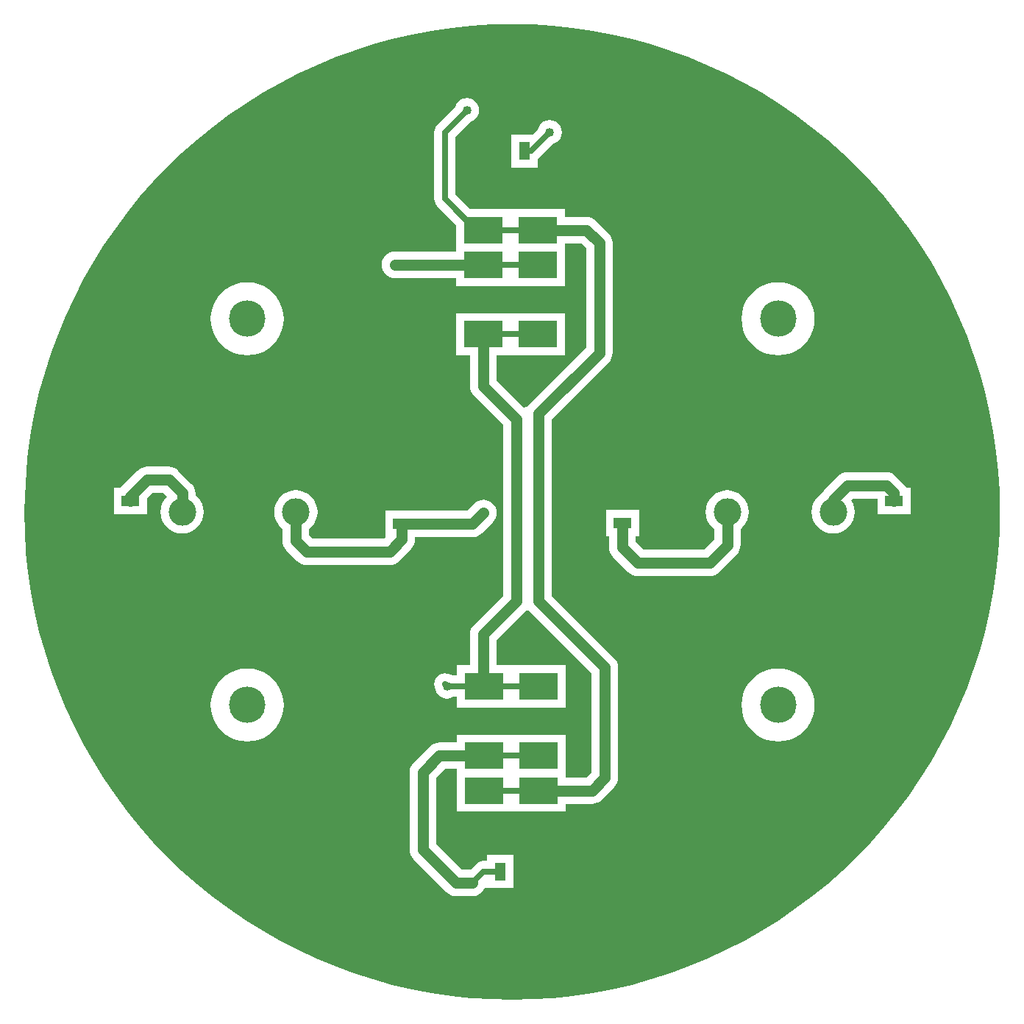
<source format=gbl>
%FSLAX25Y25*%
%MOIN*%
G70*
G01*
G75*
G04 Layer_Physical_Order=2*
G04 Layer_Color=65280*
%ADD10R,0.05906X0.05906*%
%ADD11P,0.08352X4X189.0*%
%ADD12P,0.08352X4X153.0*%
%ADD13P,0.08352X4X117.0*%
%ADD14P,0.08352X4X81.0*%
%ADD15P,0.08352X4X279.0*%
%ADD16P,0.08352X4X207.0*%
%ADD17R,0.05906X0.05906*%
%ADD18P,0.08352X4X63.0*%
%ADD19P,0.08352X4X351.0*%
%ADD20C,0.05000*%
%ADD21C,0.02500*%
%ADD22C,0.12500*%
%ADD23R,0.12500X0.12500*%
%ADD24C,0.16500*%
%ADD25C,0.04000*%
%ADD26R,0.08000X0.05000*%
%ADD27R,0.05000X0.08000*%
%ADD28R,0.17716X0.12205*%
G36*
X532133Y768807D02*
X541250Y768241D01*
X550336Y767299D01*
X559375Y765982D01*
X568352Y764292D01*
X577251Y762234D01*
X586058Y759809D01*
X594757Y757022D01*
X603334Y753878D01*
X611773Y750382D01*
X620061Y746541D01*
X628183Y742360D01*
X636125Y737848D01*
X643873Y733010D01*
X651416Y727857D01*
X658739Y722397D01*
X665830Y716639D01*
X672677Y710592D01*
X679268Y704268D01*
X685592Y697677D01*
X691639Y690830D01*
X697397Y683739D01*
X702857Y676416D01*
X708010Y668873D01*
X712848Y661125D01*
X717360Y653183D01*
X721541Y645061D01*
X725382Y636773D01*
X728878Y628334D01*
X732022Y619757D01*
X734809Y611058D01*
X737234Y602251D01*
X739292Y593352D01*
X740982Y584375D01*
X742299Y575336D01*
X743241Y566250D01*
X743807Y557133D01*
X743996Y548000D01*
X743807Y538867D01*
X743241Y529750D01*
X742299Y520664D01*
X740982Y511625D01*
X739292Y502648D01*
X737234Y493749D01*
X734809Y484942D01*
X732022Y476243D01*
X728878Y467666D01*
X725382Y459227D01*
X721541Y450939D01*
X717360Y442817D01*
X712848Y434875D01*
X708010Y427127D01*
X702857Y419584D01*
X697397Y412261D01*
X691639Y405170D01*
X685592Y398323D01*
X679268Y391732D01*
X672677Y385408D01*
X665830Y379362D01*
X658739Y373603D01*
X651416Y368143D01*
X643873Y362990D01*
X636125Y358153D01*
X628183Y353640D01*
X620061Y349459D01*
X611773Y345618D01*
X603334Y342122D01*
X594757Y338978D01*
X586058Y336191D01*
X577251Y333766D01*
X568352Y331708D01*
X559375Y330018D01*
X550336Y328701D01*
X541250Y327759D01*
X532133Y327193D01*
X523000Y327004D01*
X513867Y327193D01*
X504750Y327759D01*
X495664Y328701D01*
X486625Y330018D01*
X477648Y331708D01*
X468749Y333766D01*
X459942Y336191D01*
X451243Y338978D01*
X442666Y342122D01*
X434227Y345618D01*
X425939Y349459D01*
X417817Y353640D01*
X409875Y358153D01*
X402127Y362990D01*
X394584Y368143D01*
X387262Y373603D01*
X380170Y379362D01*
X373323Y385408D01*
X366732Y391732D01*
X360408Y398323D01*
X354362Y405170D01*
X348603Y412261D01*
X343143Y419584D01*
X337990Y427127D01*
X333153Y434875D01*
X328640Y442817D01*
X324459Y450939D01*
X320618Y459227D01*
X317122Y467666D01*
X313978Y476243D01*
X311191Y484942D01*
X308766Y493749D01*
X306708Y502648D01*
X305018Y511625D01*
X303701Y520664D01*
X302759Y529750D01*
X302193Y538867D01*
X302004Y548000D01*
X302151Y555115D01*
X303362Y572061D01*
X303701Y575336D01*
X305018Y584375D01*
X306708Y593352D01*
X308766Y602251D01*
X311191Y611058D01*
X313978Y619757D01*
X317122Y628334D01*
X320618Y636773D01*
X324459Y645061D01*
X328640Y653183D01*
X333153Y661125D01*
X337990Y668873D01*
X343143Y676416D01*
X348603Y683739D01*
X354362Y690830D01*
X360408Y697677D01*
X366732Y704268D01*
X373323Y710592D01*
X380170Y716639D01*
X387262Y722397D01*
X394584Y727857D01*
X402127Y733010D01*
X409875Y737848D01*
X417817Y742360D01*
X425939Y746541D01*
X434227Y750382D01*
X442666Y753878D01*
X451243Y757022D01*
X459942Y759809D01*
X468749Y762234D01*
X477648Y764292D01*
X486625Y765982D01*
X495664Y767299D01*
X504750Y768241D01*
X513867Y768807D01*
X523000Y768996D01*
X532133Y768807D01*
D02*
G37*
%LPC*%
G36*
X620500Y557797D02*
X618589Y557609D01*
X616751Y557051D01*
X615057Y556146D01*
X613572Y554928D01*
X612354Y553443D01*
X611449Y551749D01*
X610891Y549911D01*
X610703Y548000D01*
X610891Y546089D01*
X611449Y544251D01*
X612354Y542557D01*
X613572Y541072D01*
X614471Y540335D01*
Y535497D01*
X610003Y531029D01*
X582497D01*
X579029Y534497D01*
Y537000D01*
X580500D01*
Y549000D01*
X573295D01*
X573000Y549029D01*
X572705Y549000D01*
X565500D01*
Y537000D01*
X566971D01*
Y532000D01*
X566971Y532000D01*
X566971Y532000D01*
X567087Y530824D01*
X567430Y529693D01*
X567430Y529693D01*
X567430Y529693D01*
X567987Y528651D01*
X568737Y527737D01*
D01*
X568737Y527737D01*
X568737Y527737D01*
D01*
D01*
X568737Y527737D01*
Y527737D01*
X575737Y520737D01*
X575737Y520737D01*
X576650Y519987D01*
X577330Y519624D01*
X577693Y519430D01*
X578824Y519087D01*
X580000Y518971D01*
X612500D01*
X613676Y519087D01*
X614807Y519430D01*
Y519430D01*
X614807D01*
X614807Y519430D01*
X614807D01*
Y519430D01*
D01*
D01*
D01*
Y519430D01*
D01*
D01*
D01*
D01*
D01*
Y519430D01*
D01*
D01*
X614807D01*
D01*
X615849Y519987D01*
X616763Y520737D01*
Y520737D01*
X616763D01*
D01*
D01*
D01*
D01*
D01*
D01*
X616763D01*
D01*
X616763D01*
Y520737D01*
D01*
D01*
D01*
D01*
Y520737D01*
D01*
D01*
D01*
Y520737D01*
D01*
D01*
X616763D01*
D01*
D01*
D01*
X624763Y528737D01*
Y528737D01*
D01*
D01*
D01*
X624763Y528737D01*
D01*
Y528737D01*
D01*
D01*
D01*
D01*
X624763D01*
Y528737D01*
D01*
D01*
D01*
X624763D01*
D01*
D01*
Y528737D01*
D01*
D01*
D01*
Y528737D01*
D01*
D01*
X624763D01*
D01*
X624763Y528737D01*
D01*
D01*
X625513Y529650D01*
X626070Y530693D01*
Y530693D01*
X626070D01*
D01*
D01*
D01*
D01*
X626070D01*
D01*
D01*
D01*
Y530693D01*
X626070D01*
D01*
Y530693D01*
D01*
D01*
D01*
D01*
D01*
D01*
D01*
D01*
D01*
D01*
D01*
D01*
Y530693D01*
D01*
X626070D01*
D01*
D01*
D01*
D01*
X626070Y530693D01*
X626413Y531824D01*
X626529Y533000D01*
D01*
D01*
D01*
D01*
D01*
X626529D01*
D01*
D01*
D01*
Y533000D01*
X626529D01*
D01*
Y533000D01*
D01*
D01*
D01*
D01*
D01*
D01*
D01*
D01*
D01*
D01*
D01*
D01*
Y533000D01*
D01*
X626529D01*
D01*
D01*
D01*
D01*
X626529Y533000D01*
Y540335D01*
X627428Y541072D01*
X628646Y542557D01*
X629551Y544251D01*
X630109Y546089D01*
X630297Y548000D01*
X630109Y549911D01*
X629551Y551749D01*
X628646Y553443D01*
X627428Y554928D01*
X625943Y556146D01*
X624249Y557051D01*
X622411Y557609D01*
X620500Y557797D01*
D02*
G37*
G36*
X367500Y568529D02*
X357500D01*
X356324Y568413D01*
X355193Y568070D01*
X354151Y567513D01*
X353237Y566763D01*
X345737Y559263D01*
X345521Y559000D01*
X342500D01*
Y547000D01*
X349705D01*
X350000Y546971D01*
X350295Y547000D01*
X357500D01*
Y553974D01*
X359997Y556471D01*
X365003D01*
X366561Y554913D01*
X365354Y553443D01*
X364449Y551749D01*
X363891Y549911D01*
X363703Y548000D01*
X363891Y546089D01*
X364449Y544251D01*
X365354Y542557D01*
X366572Y541072D01*
X368057Y539854D01*
X369751Y538949D01*
X371589Y538391D01*
X373500Y538203D01*
X375411Y538391D01*
X377249Y538949D01*
X378943Y539854D01*
X380428Y541072D01*
X381646Y542557D01*
X382551Y544251D01*
X383109Y546089D01*
X383297Y548000D01*
X383109Y549911D01*
X382551Y551749D01*
X381646Y553443D01*
X380428Y554928D01*
X379529Y555665D01*
Y556500D01*
X379413Y557676D01*
X379070Y558807D01*
X378513Y559850D01*
X377763Y560763D01*
X371763Y566763D01*
X370849Y567513D01*
X369807Y568070D01*
X368676Y568413D01*
X367500Y568529D01*
D02*
G37*
G36*
X403000Y477051D02*
X400411Y476847D01*
X397885Y476241D01*
X395486Y475247D01*
X393271Y473890D01*
X391297Y472203D01*
X389610Y470228D01*
X388253Y468014D01*
X387259Y465615D01*
X386653Y463089D01*
X386449Y460500D01*
X386653Y457911D01*
X387259Y455385D01*
X388253Y452986D01*
X389610Y450772D01*
X391297Y448797D01*
X393271Y447110D01*
X395486Y445753D01*
X397885Y444759D01*
X400411Y444153D01*
X403000Y443949D01*
X405589Y444153D01*
X408115Y444759D01*
X410514Y445753D01*
X412728Y447110D01*
X414703Y448797D01*
X416390Y450772D01*
X417747Y452986D01*
X418741Y455385D01*
X419347Y457911D01*
X419551Y460500D01*
X419347Y463089D01*
X418741Y465615D01*
X417747Y468014D01*
X416390Y470228D01*
X414703Y472203D01*
X412728Y473890D01*
X410514Y475247D01*
X408115Y476241D01*
X405589Y476847D01*
X403000Y477051D01*
D02*
G37*
G36*
X643500D02*
X640911Y476847D01*
X638385Y476241D01*
X635986Y475247D01*
X633772Y473890D01*
X631797Y472203D01*
X630110Y470228D01*
X628753Y468014D01*
X627759Y465615D01*
X627153Y463089D01*
X626949Y460500D01*
X627153Y457911D01*
X627759Y455385D01*
X628753Y452986D01*
X630110Y450772D01*
X631797Y448797D01*
X633772Y447110D01*
X635986Y445753D01*
X638385Y444759D01*
X640911Y444153D01*
X643500Y443949D01*
X646089Y444153D01*
X648615Y444759D01*
X651014Y445753D01*
X653228Y447110D01*
X655203Y448797D01*
X656890Y450772D01*
X658247Y452986D01*
X659241Y455385D01*
X659847Y457911D01*
X660051Y460500D01*
X659847Y463089D01*
X659241Y465615D01*
X658247Y468014D01*
X656890Y470228D01*
X655203Y472203D01*
X653228Y473890D01*
X651014Y475247D01*
X648615Y476241D01*
X646089Y476847D01*
X643500Y477051D01*
D02*
G37*
G36*
X425000Y557797D02*
X423089Y557609D01*
X421251Y557051D01*
X419557Y556146D01*
X418072Y554928D01*
X416854Y553443D01*
X415949Y551749D01*
X415391Y549911D01*
X415203Y548000D01*
X415391Y546089D01*
X415949Y544251D01*
X416854Y542557D01*
X418072Y541072D01*
X418971Y540335D01*
Y535000D01*
X418971Y535000D01*
X418971D01*
X419087Y533824D01*
X419430Y532693D01*
X419430Y532693D01*
X419430Y532693D01*
X419987Y531650D01*
X420737Y530737D01*
Y530737D01*
D01*
D01*
X420737Y530737D01*
Y530737D01*
X420737Y530737D01*
X425737Y525737D01*
X426650Y524987D01*
X427693Y524430D01*
X428824Y524087D01*
X430000Y523971D01*
X467500D01*
X468676Y524087D01*
X469807Y524430D01*
X470850Y524987D01*
X471763Y525737D01*
X477263Y531237D01*
X477263Y531237D01*
X478013Y532151D01*
X478570Y533193D01*
X478913Y534324D01*
X479029Y535500D01*
Y536471D01*
X505000D01*
X506176Y536587D01*
X507307Y536930D01*
Y536930D01*
X507307D01*
X507307Y536930D01*
X507307D01*
Y536930D01*
D01*
D01*
D01*
Y536930D01*
D01*
D01*
D01*
D01*
D01*
Y536930D01*
D01*
D01*
X507307D01*
D01*
X508350Y537487D01*
X509263Y538237D01*
Y538237D01*
X509263D01*
D01*
D01*
D01*
D01*
D01*
D01*
X509263D01*
D01*
X509263D01*
Y538237D01*
D01*
D01*
D01*
D01*
Y538237D01*
D01*
D01*
D01*
Y538237D01*
D01*
D01*
X509263D01*
D01*
D01*
D01*
X514263Y543237D01*
X515013Y544150D01*
X515570Y545193D01*
X515913Y546324D01*
X516029Y547500D01*
X515913Y548676D01*
X515570Y549807D01*
X515013Y550849D01*
X514263Y551763D01*
X513349Y552513D01*
X512307Y553070D01*
X511176Y553413D01*
X510000Y553529D01*
X508824Y553413D01*
X507693Y553070D01*
X506650Y552513D01*
X505737Y551763D01*
X502503Y548529D01*
X473000D01*
X472705Y548500D01*
X465500D01*
Y536526D01*
X465003Y536029D01*
X432497D01*
X431029Y537497D01*
Y540335D01*
X431928Y541072D01*
X433146Y542557D01*
X434051Y544251D01*
X434609Y546089D01*
X434797Y548000D01*
X434609Y549911D01*
X434051Y551749D01*
X433146Y553443D01*
X431928Y554928D01*
X430443Y556146D01*
X428749Y557051D01*
X426911Y557609D01*
X425000Y557797D01*
D02*
G37*
G36*
X502500Y735547D02*
X501064Y735358D01*
X499726Y734804D01*
X498577Y733923D01*
X497696Y732774D01*
X497142Y731436D01*
X497139Y731414D01*
X489112Y723388D01*
X488351Y722396D01*
X488211Y722057D01*
X487872Y721240D01*
X487709Y720000D01*
Y690000D01*
X487709Y690000D01*
X487709D01*
X487872Y688760D01*
X488211Y687943D01*
X488351Y687605D01*
X489112Y686612D01*
X489112Y686612D01*
X489112Y686612D01*
X497642Y678083D01*
Y666146D01*
Y666029D01*
X470000D01*
X468824Y665913D01*
X467693Y665570D01*
X466650Y665013D01*
X465737Y664263D01*
X464987Y663349D01*
X464430Y662307D01*
X464087Y661176D01*
X463971Y660000D01*
X464087Y658824D01*
X464430Y657693D01*
X464987Y656650D01*
X465737Y655737D01*
X466650Y654987D01*
X467693Y654430D01*
X468824Y654087D01*
X470000Y653971D01*
X497642D01*
Y650398D01*
X546965D01*
Y666146D01*
Y669719D01*
X554255D01*
X556471Y667503D01*
Y622497D01*
X530737Y596763D01*
X529987Y595850D01*
X529776Y595454D01*
X528292Y595234D01*
X516029Y607497D01*
Y618902D01*
X546965D01*
Y638106D01*
X497642D01*
Y618902D01*
X503971D01*
Y605000D01*
X504087Y603824D01*
X504430Y602693D01*
X504987Y601650D01*
X505737Y600737D01*
X518971Y587503D01*
Y509997D01*
X505737Y496763D01*
X504987Y495850D01*
X504430Y494807D01*
X504087Y493676D01*
X503971Y492500D01*
Y478598D01*
X498035D01*
Y473787D01*
X496295D01*
X496278Y473800D01*
X494940Y474355D01*
X494148Y474459D01*
X493740Y474628D01*
X492500Y474791D01*
X491260Y474628D01*
X490104Y474149D01*
X489112Y473388D01*
X488351Y472396D01*
X487872Y471240D01*
X487709Y470000D01*
X487872Y468760D01*
X488041Y468352D01*
X488145Y467560D01*
X488700Y466222D01*
X489581Y465073D01*
X490730Y464192D01*
X492068Y463638D01*
X493504Y463449D01*
X494940Y463638D01*
X496278Y464192D01*
X496295Y464205D01*
X498035D01*
Y459394D01*
X547358D01*
Y478598D01*
X516029D01*
Y490003D01*
X529263Y503237D01*
X530737D01*
Y503237D01*
D01*
D01*
X530737D01*
X530737D01*
X558971Y475003D01*
Y429997D01*
X556755Y427781D01*
X547358D01*
Y427898D01*
Y447102D01*
X498035D01*
Y443529D01*
X490000D01*
X488824Y443413D01*
X487693Y443070D01*
X486651Y442513D01*
X485737Y441763D01*
X478237Y434263D01*
X477487Y433350D01*
X476930Y432307D01*
X476587Y431176D01*
X476471Y430000D01*
Y395000D01*
X476471Y395000D01*
X476471Y395000D01*
X476587Y393824D01*
X476930Y392693D01*
X476930Y392693D01*
X476930Y392693D01*
X477487Y391651D01*
X478237Y390737D01*
Y390737D01*
D01*
D01*
X478237Y390737D01*
Y390737D01*
X478237Y390737D01*
X493237Y375737D01*
Y375737D01*
D01*
D01*
X493237Y375737D01*
Y375737D01*
D01*
Y375737D01*
X493237Y375737D01*
X494150Y374987D01*
X495193Y374430D01*
D01*
X495193D01*
X495193Y374430D01*
D01*
D01*
D01*
X495193D01*
D01*
D01*
X495193D01*
D01*
D01*
Y374430D01*
X496324Y374087D01*
X497500Y373971D01*
X505000D01*
X506176Y374087D01*
X507307Y374430D01*
X508350Y374987D01*
X509263Y375737D01*
X510013Y376651D01*
X510570Y377693D01*
Y377693D01*
X510570Y377693D01*
Y377693D01*
X510631Y377764D01*
X511500Y377500D01*
X511771Y377500D01*
D01*
X523500D01*
Y392500D01*
X511500D01*
Y389791D01*
X510000D01*
X508760Y389628D01*
X507605Y389149D01*
X506612Y388388D01*
X504253Y386029D01*
X499997D01*
X488529Y397497D01*
Y427503D01*
X492497Y431471D01*
X498035D01*
Y427898D01*
Y412150D01*
X547358D01*
Y415723D01*
X559252D01*
X560428Y415839D01*
X561559Y416182D01*
Y416182D01*
X561559D01*
X561559Y416182D01*
X561559D01*
Y416182D01*
D01*
D01*
D01*
Y416182D01*
D01*
D01*
D01*
D01*
D01*
Y416182D01*
D01*
D01*
X561559D01*
D01*
X562602Y416739D01*
X563515Y417489D01*
Y417489D01*
X563515D01*
D01*
D01*
D01*
D01*
D01*
D01*
X563515D01*
D01*
X563515D01*
Y417489D01*
D01*
D01*
D01*
D01*
Y417489D01*
D01*
D01*
D01*
Y417489D01*
D01*
D01*
X563515D01*
D01*
D01*
D01*
X569263Y423237D01*
X570013Y424151D01*
X570570Y425193D01*
X570913Y426324D01*
X571029Y427500D01*
Y477500D01*
X571029Y477500D01*
X570913Y478676D01*
X570570Y479807D01*
X570013Y480850D01*
X569263Y481763D01*
X541029Y509997D01*
Y590003D01*
X566763Y615737D01*
X567513Y616650D01*
X568070Y617693D01*
X568413Y618824D01*
X568529Y620000D01*
Y670000D01*
X568413Y671176D01*
X568070Y672307D01*
X567513Y673350D01*
X566763Y674263D01*
X561015Y680011D01*
D01*
X561015Y680011D01*
D01*
D01*
D01*
X561015Y680011D01*
X561015Y680011D01*
X560102Y680761D01*
X559059Y681318D01*
D01*
X559059Y681318D01*
D01*
D01*
D01*
D01*
X559059D01*
Y681318D01*
D01*
D01*
X559059Y681318D01*
X559059Y681318D01*
X559059Y681318D01*
D01*
X557928Y681661D01*
X556752Y681777D01*
X546965D01*
Y685350D01*
X503925D01*
X497291Y691985D01*
Y718015D01*
X503914Y724639D01*
X503936Y724642D01*
X505274Y725196D01*
X506423Y726077D01*
X507304Y727226D01*
X507858Y728564D01*
X508047Y730000D01*
X507858Y731436D01*
X507304Y732774D01*
X506423Y733923D01*
X505274Y734804D01*
X503936Y735358D01*
X502500Y735547D01*
D02*
G37*
G36*
X540000Y725548D02*
X538564Y725358D01*
X537226Y724804D01*
X536077Y723923D01*
X535196Y722774D01*
X534642Y721436D01*
X534639Y721414D01*
X532225Y719000D01*
X522500D01*
Y704000D01*
X534500D01*
Y707815D01*
X534888Y708112D01*
X541414Y714639D01*
X541436Y714642D01*
X542774Y715196D01*
X543923Y716077D01*
X544804Y717226D01*
X545358Y718564D01*
X545547Y720000D01*
X545358Y721436D01*
X544804Y722774D01*
X543923Y723923D01*
X542774Y724804D01*
X541436Y725358D01*
X540000Y725548D01*
D02*
G37*
G36*
X643500Y652051D02*
X640911Y651847D01*
X638385Y651241D01*
X635986Y650247D01*
X633772Y648890D01*
X631797Y647203D01*
X630110Y645228D01*
X628753Y643014D01*
X627759Y640615D01*
X627153Y638089D01*
X626949Y635500D01*
X627153Y632911D01*
X627759Y630385D01*
X628753Y627986D01*
X630110Y625772D01*
X631797Y623797D01*
X633772Y622110D01*
X635986Y620753D01*
X638385Y619759D01*
X640911Y619153D01*
X643500Y618949D01*
X646089Y619153D01*
X648615Y619759D01*
X651014Y620753D01*
X653228Y622110D01*
X655203Y623797D01*
X656890Y625772D01*
X658247Y627986D01*
X659241Y630385D01*
X659847Y632911D01*
X660051Y635500D01*
X659847Y638089D01*
X659241Y640615D01*
X658247Y643014D01*
X656890Y645228D01*
X655203Y647203D01*
X653228Y648890D01*
X651014Y650247D01*
X648615Y651241D01*
X646089Y651847D01*
X643500Y652051D01*
D02*
G37*
G36*
X692500Y566029D02*
X675000D01*
X673824Y565913D01*
X672693Y565570D01*
X671651Y565013D01*
X670737Y564263D01*
X664237Y557763D01*
X663487Y556849D01*
X663133Y556186D01*
X663057Y556146D01*
X661572Y554928D01*
X660354Y553443D01*
X659449Y551749D01*
X658891Y549911D01*
X658703Y548000D01*
X658891Y546089D01*
X659449Y544251D01*
X660354Y542557D01*
X661572Y541072D01*
X663057Y539854D01*
X664751Y538949D01*
X666589Y538391D01*
X668500Y538203D01*
X670411Y538391D01*
X672249Y538949D01*
X673943Y539854D01*
X675428Y541072D01*
X676646Y542557D01*
X677551Y544251D01*
X678109Y546089D01*
X678297Y548000D01*
X678109Y549911D01*
X677551Y551749D01*
X676759Y553232D01*
X677497Y553971D01*
X688500D01*
Y547000D01*
X695705D01*
X696000Y546971D01*
X696295Y547000D01*
X703500D01*
Y559000D01*
X701467D01*
X701013Y559850D01*
X700263Y560763D01*
X696763Y564263D01*
X695850Y565013D01*
X694807Y565570D01*
X693676Y565913D01*
X692500Y566029D01*
D02*
G37*
G36*
X403000Y652051D02*
X400411Y651847D01*
X397885Y651241D01*
X395486Y650247D01*
X393271Y648890D01*
X391297Y647203D01*
X389610Y645228D01*
X388253Y643014D01*
X387259Y640615D01*
X386653Y638089D01*
X386449Y635500D01*
X386653Y632911D01*
X387259Y630385D01*
X388253Y627986D01*
X389610Y625772D01*
X391297Y623797D01*
X393271Y622110D01*
X395486Y620753D01*
X397885Y619759D01*
X400411Y619153D01*
X403000Y618949D01*
X405589Y619153D01*
X408115Y619759D01*
X410514Y620753D01*
X412728Y622110D01*
X414703Y623797D01*
X416390Y625772D01*
X417747Y627986D01*
X418741Y630385D01*
X419347Y632911D01*
X419551Y635500D01*
X419347Y638089D01*
X418741Y640615D01*
X417747Y643014D01*
X416390Y645228D01*
X414703Y647203D01*
X412728Y648890D01*
X410514Y650247D01*
X408115Y651241D01*
X405589Y651847D01*
X403000Y652051D01*
D02*
G37*
%LPD*%
D20*
X648500Y534000D02*
Y566500D01*
X393500Y556000D02*
X405000Y567500D01*
X393500Y536000D02*
Y556000D01*
X405000Y567500D02*
X435000D01*
X445000Y557500D01*
Y548000D02*
Y557500D01*
X595000Y562500D02*
X605000Y572500D01*
X642500D01*
X648500Y566500D01*
X482500Y395000D02*
X497500Y380000D01*
X505000D01*
X482500Y395000D02*
Y430000D01*
X490000Y437500D01*
X510394D01*
X470000Y660000D02*
X510000D01*
X473000Y542500D02*
X505000D01*
X510000Y547500D01*
X525000Y507500D02*
Y590000D01*
X510000Y605000D02*
X525000Y590000D01*
X510000Y492500D02*
X525000Y507500D01*
X510000Y468996D02*
Y492500D01*
Y605000D02*
Y628504D01*
X655000Y527500D02*
X687500D01*
X648500Y534000D02*
X655000Y527500D01*
X687500D02*
X696000Y536000D01*
Y542000D01*
X668500Y548000D02*
Y553500D01*
X675000Y560000D01*
X692500D01*
X696000Y556500D01*
Y553000D02*
Y556500D01*
X612500Y525000D02*
X620500Y533000D01*
Y548000D01*
X580000Y525000D02*
X612500D01*
X573000Y532000D02*
X580000Y525000D01*
X573000Y532000D02*
Y543000D01*
X595000Y562500D02*
X600500Y557000D01*
X581500Y562500D02*
X595000D01*
X600500Y548000D02*
Y557000D01*
X573000Y554000D02*
X581500Y562500D01*
X445000Y557500D02*
X450000Y562500D01*
X465000D01*
X473000Y554500D01*
Y553500D02*
Y554500D01*
X425000Y535000D02*
Y548000D01*
Y535000D02*
X430000Y530000D01*
X467500D01*
X473000Y535500D01*
Y542500D01*
X367500Y562500D02*
X373500Y556500D01*
Y548000D02*
Y556500D01*
X357500Y562500D02*
X367500D01*
X350000Y555000D02*
X357500Y562500D01*
X350000Y553000D02*
Y555000D01*
X387500Y530000D02*
X393500Y536000D01*
X360000Y530000D02*
X387500D01*
X350000Y540000D02*
X360000Y530000D01*
X350000Y540000D02*
Y542000D01*
X535000Y592500D02*
X562500Y620000D01*
X534606Y675748D02*
X556752D01*
X562500Y670000D01*
Y620000D02*
Y670000D01*
X535000Y507500D02*
Y592500D01*
Y507500D02*
X565000Y477500D01*
Y427500D02*
Y477500D01*
X559252Y421752D02*
X565000Y427500D01*
X535000Y421752D02*
X559252D01*
D21*
X710000Y575000D02*
Y632500D01*
X696000Y536000D02*
X722500Y509500D01*
X507500Y750000D02*
X540000D01*
X355000Y667500D02*
X412500Y725000D01*
X480748Y453248D02*
X535000D01*
X704510Y527490D02*
X717500Y540480D01*
X525000Y735000D02*
Y750000D01*
X467500Y466496D02*
X480748Y453248D01*
X467500Y466496D02*
Y487500D01*
X485000Y505000D01*
X492500D01*
X571500Y572500D02*
X581500Y562500D01*
X567500Y572500D02*
X571500D01*
X557500Y562500D02*
X567500Y572500D01*
X557500Y510000D02*
Y562500D01*
X494252Y644252D02*
X534606D01*
X465000Y562500D02*
X482500Y580000D01*
Y587500D01*
X517500Y727500D02*
X525000Y735000D01*
X517500Y711500D02*
Y727500D01*
X625000Y717500D02*
X710000Y632500D01*
X540000Y750000D02*
X560000Y730000D01*
X620000D01*
X625000Y725000D01*
Y717500D02*
Y725000D01*
X717500Y540480D02*
Y567500D01*
X710000Y575000D02*
X717500Y567500D01*
X722500Y502500D02*
Y509500D01*
X712500Y492500D02*
X722500Y502500D01*
X712500Y475000D02*
Y492500D01*
X657500Y420000D02*
X712500Y475000D01*
X657500Y402500D02*
Y420000D01*
X467500Y347500D02*
X542500D01*
X467500D02*
Y440000D01*
X442500Y372500D02*
X467500Y347500D01*
X420000Y372500D02*
X442500D01*
X467500Y440000D02*
X480748Y453248D01*
X528500Y385000D02*
X542500Y371000D01*
Y347500D02*
Y371000D01*
X420000Y372500D02*
Y387500D01*
X340000Y467500D02*
X420000Y387500D01*
X335000Y467500D02*
X340000D01*
X333000Y469500D02*
X335000Y467500D01*
X333000Y469500D02*
Y542000D01*
X412500Y725000D02*
X440000D01*
X322500Y552500D02*
X333000Y542000D01*
X350000D01*
X322500Y552500D02*
Y592500D01*
X355000Y625000D01*
Y667500D01*
X440000Y725000D02*
X455000Y740000D01*
X497500D01*
X507500Y750000D01*
X506752Y675748D02*
X534606D01*
X492500Y720000D02*
X502500Y730000D01*
X492500Y690000D02*
Y720000D01*
Y690000D02*
X506752Y675748D01*
X485000Y587500D02*
X497500Y600000D01*
X482500Y587500D02*
X485000D01*
Y612500D02*
X497500Y600000D01*
X485000Y612500D02*
Y635000D01*
X494252Y644252D01*
X505000Y380000D02*
X510000Y385000D01*
X517500D01*
X531500Y711500D02*
X540000Y720000D01*
X528500Y711500D02*
X531500D01*
X493504Y468996D02*
X535000D01*
X492500Y470000D02*
X493504Y468996D01*
X510394Y437500D02*
X535000D01*
X510394Y421752D02*
X535000D01*
X510000Y660000D02*
X534606D01*
X510000Y628504D02*
X534606D01*
D22*
X668500Y548000D02*
D03*
X425000D02*
D03*
X373500D02*
D03*
X620500D02*
D03*
D23*
X648500D02*
D03*
X445000D02*
D03*
X393500D02*
D03*
X600500D02*
D03*
D24*
X643500Y460500D02*
D03*
X403000Y635500D02*
D03*
X643500D02*
D03*
X403000Y460500D02*
D03*
D25*
X493504Y468996D02*
D03*
X502500Y730000D02*
D03*
X490000Y660000D02*
D03*
X470000D02*
D03*
X505000Y380000D02*
D03*
X540000Y720000D02*
D03*
X510000Y547500D02*
D03*
X482500Y587500D02*
D03*
X497500Y600000D02*
D03*
X567500Y572500D02*
D03*
X557500Y510000D02*
D03*
X492500Y505000D02*
D03*
X392500Y705000D02*
D03*
X507500Y750000D02*
D03*
X625000Y725000D02*
D03*
X710000Y627500D02*
D03*
X722500Y502500D02*
D03*
X657500Y402500D02*
D03*
X542500Y347500D02*
D03*
X420000Y372500D02*
D03*
X335000Y467500D02*
D03*
X322500Y592500D02*
D03*
D26*
X573000Y543000D02*
D03*
Y554000D02*
D03*
X473000Y542500D02*
D03*
Y553500D02*
D03*
X350000Y553000D02*
D03*
Y542000D02*
D03*
X696000Y553000D02*
D03*
Y542000D02*
D03*
D27*
X528500Y711500D02*
D03*
X517500D02*
D03*
Y385000D02*
D03*
X528500D02*
D03*
D28*
X535000Y468996D02*
D03*
Y453248D02*
D03*
Y437500D02*
D03*
X510394Y468996D02*
D03*
Y453248D02*
D03*
Y437500D02*
D03*
X535000Y421752D02*
D03*
X510394D02*
D03*
X510000Y628504D02*
D03*
Y644252D02*
D03*
Y660000D02*
D03*
X534606Y628504D02*
D03*
Y644252D02*
D03*
Y660000D02*
D03*
X510000Y675748D02*
D03*
X534606D02*
D03*
M02*

</source>
